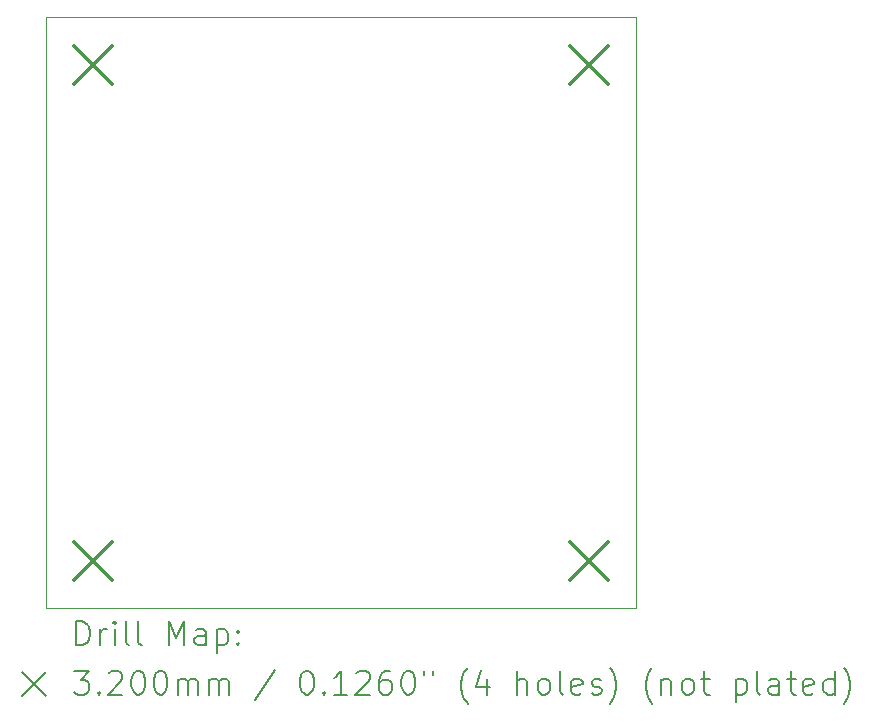
<source format=gbr>
%TF.GenerationSoftware,KiCad,Pcbnew,9.0.1*%
%TF.CreationDate,2025-06-27T23:52:13+02:00*%
%TF.ProjectId,NPI,4e50492e-6b69-4636-9164-5f7063625858,rev?*%
%TF.SameCoordinates,Original*%
%TF.FileFunction,Drillmap*%
%TF.FilePolarity,Positive*%
%FSLAX45Y45*%
G04 Gerber Fmt 4.5, Leading zero omitted, Abs format (unit mm)*
G04 Created by KiCad (PCBNEW 9.0.1) date 2025-06-27 23:52:13*
%MOMM*%
%LPD*%
G01*
G04 APERTURE LIST*
%ADD10C,0.050000*%
%ADD11C,0.200000*%
%ADD12C,0.320000*%
G04 APERTURE END LIST*
D10*
X3700000Y-9200000D02*
X8700000Y-9200000D01*
X8700000Y-14200000D01*
X3700000Y-14200000D01*
X3700000Y-9200000D01*
D11*
D12*
X3940000Y-9440000D02*
X4260000Y-9760000D01*
X4260000Y-9440000D02*
X3940000Y-9760000D01*
X3940000Y-13640000D02*
X4260000Y-13960000D01*
X4260000Y-13640000D02*
X3940000Y-13960000D01*
X8140000Y-9440000D02*
X8460000Y-9760000D01*
X8460000Y-9440000D02*
X8140000Y-9760000D01*
X8140000Y-13640000D02*
X8460000Y-13960000D01*
X8460000Y-13640000D02*
X8140000Y-13960000D01*
D11*
X3958277Y-14513984D02*
X3958277Y-14313984D01*
X3958277Y-14313984D02*
X4005896Y-14313984D01*
X4005896Y-14313984D02*
X4034467Y-14323508D01*
X4034467Y-14323508D02*
X4053515Y-14342555D01*
X4053515Y-14342555D02*
X4063039Y-14361603D01*
X4063039Y-14361603D02*
X4072562Y-14399698D01*
X4072562Y-14399698D02*
X4072562Y-14428269D01*
X4072562Y-14428269D02*
X4063039Y-14466365D01*
X4063039Y-14466365D02*
X4053515Y-14485412D01*
X4053515Y-14485412D02*
X4034467Y-14504460D01*
X4034467Y-14504460D02*
X4005896Y-14513984D01*
X4005896Y-14513984D02*
X3958277Y-14513984D01*
X4158277Y-14513984D02*
X4158277Y-14380650D01*
X4158277Y-14418746D02*
X4167801Y-14399698D01*
X4167801Y-14399698D02*
X4177324Y-14390174D01*
X4177324Y-14390174D02*
X4196372Y-14380650D01*
X4196372Y-14380650D02*
X4215420Y-14380650D01*
X4282086Y-14513984D02*
X4282086Y-14380650D01*
X4282086Y-14313984D02*
X4272563Y-14323508D01*
X4272563Y-14323508D02*
X4282086Y-14333031D01*
X4282086Y-14333031D02*
X4291610Y-14323508D01*
X4291610Y-14323508D02*
X4282086Y-14313984D01*
X4282086Y-14313984D02*
X4282086Y-14333031D01*
X4405896Y-14513984D02*
X4386848Y-14504460D01*
X4386848Y-14504460D02*
X4377324Y-14485412D01*
X4377324Y-14485412D02*
X4377324Y-14313984D01*
X4510658Y-14513984D02*
X4491610Y-14504460D01*
X4491610Y-14504460D02*
X4482086Y-14485412D01*
X4482086Y-14485412D02*
X4482086Y-14313984D01*
X4739229Y-14513984D02*
X4739229Y-14313984D01*
X4739229Y-14313984D02*
X4805896Y-14456841D01*
X4805896Y-14456841D02*
X4872563Y-14313984D01*
X4872563Y-14313984D02*
X4872563Y-14513984D01*
X5053515Y-14513984D02*
X5053515Y-14409222D01*
X5053515Y-14409222D02*
X5043991Y-14390174D01*
X5043991Y-14390174D02*
X5024944Y-14380650D01*
X5024944Y-14380650D02*
X4986848Y-14380650D01*
X4986848Y-14380650D02*
X4967801Y-14390174D01*
X5053515Y-14504460D02*
X5034467Y-14513984D01*
X5034467Y-14513984D02*
X4986848Y-14513984D01*
X4986848Y-14513984D02*
X4967801Y-14504460D01*
X4967801Y-14504460D02*
X4958277Y-14485412D01*
X4958277Y-14485412D02*
X4958277Y-14466365D01*
X4958277Y-14466365D02*
X4967801Y-14447317D01*
X4967801Y-14447317D02*
X4986848Y-14437793D01*
X4986848Y-14437793D02*
X5034467Y-14437793D01*
X5034467Y-14437793D02*
X5053515Y-14428269D01*
X5148753Y-14380650D02*
X5148753Y-14580650D01*
X5148753Y-14390174D02*
X5167801Y-14380650D01*
X5167801Y-14380650D02*
X5205896Y-14380650D01*
X5205896Y-14380650D02*
X5224944Y-14390174D01*
X5224944Y-14390174D02*
X5234467Y-14399698D01*
X5234467Y-14399698D02*
X5243991Y-14418746D01*
X5243991Y-14418746D02*
X5243991Y-14475888D01*
X5243991Y-14475888D02*
X5234467Y-14494936D01*
X5234467Y-14494936D02*
X5224944Y-14504460D01*
X5224944Y-14504460D02*
X5205896Y-14513984D01*
X5205896Y-14513984D02*
X5167801Y-14513984D01*
X5167801Y-14513984D02*
X5148753Y-14504460D01*
X5329705Y-14494936D02*
X5339229Y-14504460D01*
X5339229Y-14504460D02*
X5329705Y-14513984D01*
X5329705Y-14513984D02*
X5320182Y-14504460D01*
X5320182Y-14504460D02*
X5329705Y-14494936D01*
X5329705Y-14494936D02*
X5329705Y-14513984D01*
X5329705Y-14390174D02*
X5339229Y-14399698D01*
X5339229Y-14399698D02*
X5329705Y-14409222D01*
X5329705Y-14409222D02*
X5320182Y-14399698D01*
X5320182Y-14399698D02*
X5329705Y-14390174D01*
X5329705Y-14390174D02*
X5329705Y-14409222D01*
X3497500Y-14742500D02*
X3697500Y-14942500D01*
X3697500Y-14742500D02*
X3497500Y-14942500D01*
X3939229Y-14733984D02*
X4063039Y-14733984D01*
X4063039Y-14733984D02*
X3996372Y-14810174D01*
X3996372Y-14810174D02*
X4024943Y-14810174D01*
X4024943Y-14810174D02*
X4043991Y-14819698D01*
X4043991Y-14819698D02*
X4053515Y-14829222D01*
X4053515Y-14829222D02*
X4063039Y-14848269D01*
X4063039Y-14848269D02*
X4063039Y-14895888D01*
X4063039Y-14895888D02*
X4053515Y-14914936D01*
X4053515Y-14914936D02*
X4043991Y-14924460D01*
X4043991Y-14924460D02*
X4024943Y-14933984D01*
X4024943Y-14933984D02*
X3967801Y-14933984D01*
X3967801Y-14933984D02*
X3948753Y-14924460D01*
X3948753Y-14924460D02*
X3939229Y-14914936D01*
X4148753Y-14914936D02*
X4158277Y-14924460D01*
X4158277Y-14924460D02*
X4148753Y-14933984D01*
X4148753Y-14933984D02*
X4139229Y-14924460D01*
X4139229Y-14924460D02*
X4148753Y-14914936D01*
X4148753Y-14914936D02*
X4148753Y-14933984D01*
X4234467Y-14753031D02*
X4243991Y-14743508D01*
X4243991Y-14743508D02*
X4263039Y-14733984D01*
X4263039Y-14733984D02*
X4310658Y-14733984D01*
X4310658Y-14733984D02*
X4329705Y-14743508D01*
X4329705Y-14743508D02*
X4339229Y-14753031D01*
X4339229Y-14753031D02*
X4348753Y-14772079D01*
X4348753Y-14772079D02*
X4348753Y-14791127D01*
X4348753Y-14791127D02*
X4339229Y-14819698D01*
X4339229Y-14819698D02*
X4224944Y-14933984D01*
X4224944Y-14933984D02*
X4348753Y-14933984D01*
X4472563Y-14733984D02*
X4491610Y-14733984D01*
X4491610Y-14733984D02*
X4510658Y-14743508D01*
X4510658Y-14743508D02*
X4520182Y-14753031D01*
X4520182Y-14753031D02*
X4529705Y-14772079D01*
X4529705Y-14772079D02*
X4539229Y-14810174D01*
X4539229Y-14810174D02*
X4539229Y-14857793D01*
X4539229Y-14857793D02*
X4529705Y-14895888D01*
X4529705Y-14895888D02*
X4520182Y-14914936D01*
X4520182Y-14914936D02*
X4510658Y-14924460D01*
X4510658Y-14924460D02*
X4491610Y-14933984D01*
X4491610Y-14933984D02*
X4472563Y-14933984D01*
X4472563Y-14933984D02*
X4453515Y-14924460D01*
X4453515Y-14924460D02*
X4443991Y-14914936D01*
X4443991Y-14914936D02*
X4434467Y-14895888D01*
X4434467Y-14895888D02*
X4424944Y-14857793D01*
X4424944Y-14857793D02*
X4424944Y-14810174D01*
X4424944Y-14810174D02*
X4434467Y-14772079D01*
X4434467Y-14772079D02*
X4443991Y-14753031D01*
X4443991Y-14753031D02*
X4453515Y-14743508D01*
X4453515Y-14743508D02*
X4472563Y-14733984D01*
X4663039Y-14733984D02*
X4682086Y-14733984D01*
X4682086Y-14733984D02*
X4701134Y-14743508D01*
X4701134Y-14743508D02*
X4710658Y-14753031D01*
X4710658Y-14753031D02*
X4720182Y-14772079D01*
X4720182Y-14772079D02*
X4729705Y-14810174D01*
X4729705Y-14810174D02*
X4729705Y-14857793D01*
X4729705Y-14857793D02*
X4720182Y-14895888D01*
X4720182Y-14895888D02*
X4710658Y-14914936D01*
X4710658Y-14914936D02*
X4701134Y-14924460D01*
X4701134Y-14924460D02*
X4682086Y-14933984D01*
X4682086Y-14933984D02*
X4663039Y-14933984D01*
X4663039Y-14933984D02*
X4643991Y-14924460D01*
X4643991Y-14924460D02*
X4634467Y-14914936D01*
X4634467Y-14914936D02*
X4624944Y-14895888D01*
X4624944Y-14895888D02*
X4615420Y-14857793D01*
X4615420Y-14857793D02*
X4615420Y-14810174D01*
X4615420Y-14810174D02*
X4624944Y-14772079D01*
X4624944Y-14772079D02*
X4634467Y-14753031D01*
X4634467Y-14753031D02*
X4643991Y-14743508D01*
X4643991Y-14743508D02*
X4663039Y-14733984D01*
X4815420Y-14933984D02*
X4815420Y-14800650D01*
X4815420Y-14819698D02*
X4824944Y-14810174D01*
X4824944Y-14810174D02*
X4843991Y-14800650D01*
X4843991Y-14800650D02*
X4872563Y-14800650D01*
X4872563Y-14800650D02*
X4891610Y-14810174D01*
X4891610Y-14810174D02*
X4901134Y-14829222D01*
X4901134Y-14829222D02*
X4901134Y-14933984D01*
X4901134Y-14829222D02*
X4910658Y-14810174D01*
X4910658Y-14810174D02*
X4929705Y-14800650D01*
X4929705Y-14800650D02*
X4958277Y-14800650D01*
X4958277Y-14800650D02*
X4977325Y-14810174D01*
X4977325Y-14810174D02*
X4986848Y-14829222D01*
X4986848Y-14829222D02*
X4986848Y-14933984D01*
X5082086Y-14933984D02*
X5082086Y-14800650D01*
X5082086Y-14819698D02*
X5091610Y-14810174D01*
X5091610Y-14810174D02*
X5110658Y-14800650D01*
X5110658Y-14800650D02*
X5139229Y-14800650D01*
X5139229Y-14800650D02*
X5158277Y-14810174D01*
X5158277Y-14810174D02*
X5167801Y-14829222D01*
X5167801Y-14829222D02*
X5167801Y-14933984D01*
X5167801Y-14829222D02*
X5177325Y-14810174D01*
X5177325Y-14810174D02*
X5196372Y-14800650D01*
X5196372Y-14800650D02*
X5224944Y-14800650D01*
X5224944Y-14800650D02*
X5243991Y-14810174D01*
X5243991Y-14810174D02*
X5253515Y-14829222D01*
X5253515Y-14829222D02*
X5253515Y-14933984D01*
X5643991Y-14724460D02*
X5472563Y-14981603D01*
X5901134Y-14733984D02*
X5920182Y-14733984D01*
X5920182Y-14733984D02*
X5939229Y-14743508D01*
X5939229Y-14743508D02*
X5948753Y-14753031D01*
X5948753Y-14753031D02*
X5958277Y-14772079D01*
X5958277Y-14772079D02*
X5967801Y-14810174D01*
X5967801Y-14810174D02*
X5967801Y-14857793D01*
X5967801Y-14857793D02*
X5958277Y-14895888D01*
X5958277Y-14895888D02*
X5948753Y-14914936D01*
X5948753Y-14914936D02*
X5939229Y-14924460D01*
X5939229Y-14924460D02*
X5920182Y-14933984D01*
X5920182Y-14933984D02*
X5901134Y-14933984D01*
X5901134Y-14933984D02*
X5882086Y-14924460D01*
X5882086Y-14924460D02*
X5872563Y-14914936D01*
X5872563Y-14914936D02*
X5863039Y-14895888D01*
X5863039Y-14895888D02*
X5853515Y-14857793D01*
X5853515Y-14857793D02*
X5853515Y-14810174D01*
X5853515Y-14810174D02*
X5863039Y-14772079D01*
X5863039Y-14772079D02*
X5872563Y-14753031D01*
X5872563Y-14753031D02*
X5882086Y-14743508D01*
X5882086Y-14743508D02*
X5901134Y-14733984D01*
X6053515Y-14914936D02*
X6063039Y-14924460D01*
X6063039Y-14924460D02*
X6053515Y-14933984D01*
X6053515Y-14933984D02*
X6043991Y-14924460D01*
X6043991Y-14924460D02*
X6053515Y-14914936D01*
X6053515Y-14914936D02*
X6053515Y-14933984D01*
X6253515Y-14933984D02*
X6139229Y-14933984D01*
X6196372Y-14933984D02*
X6196372Y-14733984D01*
X6196372Y-14733984D02*
X6177325Y-14762555D01*
X6177325Y-14762555D02*
X6158277Y-14781603D01*
X6158277Y-14781603D02*
X6139229Y-14791127D01*
X6329706Y-14753031D02*
X6339229Y-14743508D01*
X6339229Y-14743508D02*
X6358277Y-14733984D01*
X6358277Y-14733984D02*
X6405896Y-14733984D01*
X6405896Y-14733984D02*
X6424944Y-14743508D01*
X6424944Y-14743508D02*
X6434467Y-14753031D01*
X6434467Y-14753031D02*
X6443991Y-14772079D01*
X6443991Y-14772079D02*
X6443991Y-14791127D01*
X6443991Y-14791127D02*
X6434467Y-14819698D01*
X6434467Y-14819698D02*
X6320182Y-14933984D01*
X6320182Y-14933984D02*
X6443991Y-14933984D01*
X6615420Y-14733984D02*
X6577325Y-14733984D01*
X6577325Y-14733984D02*
X6558277Y-14743508D01*
X6558277Y-14743508D02*
X6548753Y-14753031D01*
X6548753Y-14753031D02*
X6529706Y-14781603D01*
X6529706Y-14781603D02*
X6520182Y-14819698D01*
X6520182Y-14819698D02*
X6520182Y-14895888D01*
X6520182Y-14895888D02*
X6529706Y-14914936D01*
X6529706Y-14914936D02*
X6539229Y-14924460D01*
X6539229Y-14924460D02*
X6558277Y-14933984D01*
X6558277Y-14933984D02*
X6596372Y-14933984D01*
X6596372Y-14933984D02*
X6615420Y-14924460D01*
X6615420Y-14924460D02*
X6624944Y-14914936D01*
X6624944Y-14914936D02*
X6634467Y-14895888D01*
X6634467Y-14895888D02*
X6634467Y-14848269D01*
X6634467Y-14848269D02*
X6624944Y-14829222D01*
X6624944Y-14829222D02*
X6615420Y-14819698D01*
X6615420Y-14819698D02*
X6596372Y-14810174D01*
X6596372Y-14810174D02*
X6558277Y-14810174D01*
X6558277Y-14810174D02*
X6539229Y-14819698D01*
X6539229Y-14819698D02*
X6529706Y-14829222D01*
X6529706Y-14829222D02*
X6520182Y-14848269D01*
X6758277Y-14733984D02*
X6777325Y-14733984D01*
X6777325Y-14733984D02*
X6796372Y-14743508D01*
X6796372Y-14743508D02*
X6805896Y-14753031D01*
X6805896Y-14753031D02*
X6815420Y-14772079D01*
X6815420Y-14772079D02*
X6824944Y-14810174D01*
X6824944Y-14810174D02*
X6824944Y-14857793D01*
X6824944Y-14857793D02*
X6815420Y-14895888D01*
X6815420Y-14895888D02*
X6805896Y-14914936D01*
X6805896Y-14914936D02*
X6796372Y-14924460D01*
X6796372Y-14924460D02*
X6777325Y-14933984D01*
X6777325Y-14933984D02*
X6758277Y-14933984D01*
X6758277Y-14933984D02*
X6739229Y-14924460D01*
X6739229Y-14924460D02*
X6729706Y-14914936D01*
X6729706Y-14914936D02*
X6720182Y-14895888D01*
X6720182Y-14895888D02*
X6710658Y-14857793D01*
X6710658Y-14857793D02*
X6710658Y-14810174D01*
X6710658Y-14810174D02*
X6720182Y-14772079D01*
X6720182Y-14772079D02*
X6729706Y-14753031D01*
X6729706Y-14753031D02*
X6739229Y-14743508D01*
X6739229Y-14743508D02*
X6758277Y-14733984D01*
X6901134Y-14733984D02*
X6901134Y-14772079D01*
X6977325Y-14733984D02*
X6977325Y-14772079D01*
X7272563Y-15010174D02*
X7263039Y-15000650D01*
X7263039Y-15000650D02*
X7243991Y-14972079D01*
X7243991Y-14972079D02*
X7234468Y-14953031D01*
X7234468Y-14953031D02*
X7224944Y-14924460D01*
X7224944Y-14924460D02*
X7215420Y-14876841D01*
X7215420Y-14876841D02*
X7215420Y-14838746D01*
X7215420Y-14838746D02*
X7224944Y-14791127D01*
X7224944Y-14791127D02*
X7234468Y-14762555D01*
X7234468Y-14762555D02*
X7243991Y-14743508D01*
X7243991Y-14743508D02*
X7263039Y-14714936D01*
X7263039Y-14714936D02*
X7272563Y-14705412D01*
X7434468Y-14800650D02*
X7434468Y-14933984D01*
X7386848Y-14724460D02*
X7339229Y-14867317D01*
X7339229Y-14867317D02*
X7463039Y-14867317D01*
X7691610Y-14933984D02*
X7691610Y-14733984D01*
X7777325Y-14933984D02*
X7777325Y-14829222D01*
X7777325Y-14829222D02*
X7767801Y-14810174D01*
X7767801Y-14810174D02*
X7748753Y-14800650D01*
X7748753Y-14800650D02*
X7720182Y-14800650D01*
X7720182Y-14800650D02*
X7701134Y-14810174D01*
X7701134Y-14810174D02*
X7691610Y-14819698D01*
X7901134Y-14933984D02*
X7882087Y-14924460D01*
X7882087Y-14924460D02*
X7872563Y-14914936D01*
X7872563Y-14914936D02*
X7863039Y-14895888D01*
X7863039Y-14895888D02*
X7863039Y-14838746D01*
X7863039Y-14838746D02*
X7872563Y-14819698D01*
X7872563Y-14819698D02*
X7882087Y-14810174D01*
X7882087Y-14810174D02*
X7901134Y-14800650D01*
X7901134Y-14800650D02*
X7929706Y-14800650D01*
X7929706Y-14800650D02*
X7948753Y-14810174D01*
X7948753Y-14810174D02*
X7958277Y-14819698D01*
X7958277Y-14819698D02*
X7967801Y-14838746D01*
X7967801Y-14838746D02*
X7967801Y-14895888D01*
X7967801Y-14895888D02*
X7958277Y-14914936D01*
X7958277Y-14914936D02*
X7948753Y-14924460D01*
X7948753Y-14924460D02*
X7929706Y-14933984D01*
X7929706Y-14933984D02*
X7901134Y-14933984D01*
X8082087Y-14933984D02*
X8063039Y-14924460D01*
X8063039Y-14924460D02*
X8053515Y-14905412D01*
X8053515Y-14905412D02*
X8053515Y-14733984D01*
X8234468Y-14924460D02*
X8215420Y-14933984D01*
X8215420Y-14933984D02*
X8177325Y-14933984D01*
X8177325Y-14933984D02*
X8158277Y-14924460D01*
X8158277Y-14924460D02*
X8148753Y-14905412D01*
X8148753Y-14905412D02*
X8148753Y-14829222D01*
X8148753Y-14829222D02*
X8158277Y-14810174D01*
X8158277Y-14810174D02*
X8177325Y-14800650D01*
X8177325Y-14800650D02*
X8215420Y-14800650D01*
X8215420Y-14800650D02*
X8234468Y-14810174D01*
X8234468Y-14810174D02*
X8243991Y-14829222D01*
X8243991Y-14829222D02*
X8243991Y-14848269D01*
X8243991Y-14848269D02*
X8148753Y-14867317D01*
X8320182Y-14924460D02*
X8339230Y-14933984D01*
X8339230Y-14933984D02*
X8377325Y-14933984D01*
X8377325Y-14933984D02*
X8396373Y-14924460D01*
X8396373Y-14924460D02*
X8405896Y-14905412D01*
X8405896Y-14905412D02*
X8405896Y-14895888D01*
X8405896Y-14895888D02*
X8396373Y-14876841D01*
X8396373Y-14876841D02*
X8377325Y-14867317D01*
X8377325Y-14867317D02*
X8348753Y-14867317D01*
X8348753Y-14867317D02*
X8329706Y-14857793D01*
X8329706Y-14857793D02*
X8320182Y-14838746D01*
X8320182Y-14838746D02*
X8320182Y-14829222D01*
X8320182Y-14829222D02*
X8329706Y-14810174D01*
X8329706Y-14810174D02*
X8348753Y-14800650D01*
X8348753Y-14800650D02*
X8377325Y-14800650D01*
X8377325Y-14800650D02*
X8396373Y-14810174D01*
X8472563Y-15010174D02*
X8482087Y-15000650D01*
X8482087Y-15000650D02*
X8501134Y-14972079D01*
X8501134Y-14972079D02*
X8510658Y-14953031D01*
X8510658Y-14953031D02*
X8520182Y-14924460D01*
X8520182Y-14924460D02*
X8529706Y-14876841D01*
X8529706Y-14876841D02*
X8529706Y-14838746D01*
X8529706Y-14838746D02*
X8520182Y-14791127D01*
X8520182Y-14791127D02*
X8510658Y-14762555D01*
X8510658Y-14762555D02*
X8501134Y-14743508D01*
X8501134Y-14743508D02*
X8482087Y-14714936D01*
X8482087Y-14714936D02*
X8472563Y-14705412D01*
X8834468Y-15010174D02*
X8824944Y-15000650D01*
X8824944Y-15000650D02*
X8805896Y-14972079D01*
X8805896Y-14972079D02*
X8796373Y-14953031D01*
X8796373Y-14953031D02*
X8786849Y-14924460D01*
X8786849Y-14924460D02*
X8777325Y-14876841D01*
X8777325Y-14876841D02*
X8777325Y-14838746D01*
X8777325Y-14838746D02*
X8786849Y-14791127D01*
X8786849Y-14791127D02*
X8796373Y-14762555D01*
X8796373Y-14762555D02*
X8805896Y-14743508D01*
X8805896Y-14743508D02*
X8824944Y-14714936D01*
X8824944Y-14714936D02*
X8834468Y-14705412D01*
X8910658Y-14800650D02*
X8910658Y-14933984D01*
X8910658Y-14819698D02*
X8920182Y-14810174D01*
X8920182Y-14810174D02*
X8939230Y-14800650D01*
X8939230Y-14800650D02*
X8967801Y-14800650D01*
X8967801Y-14800650D02*
X8986849Y-14810174D01*
X8986849Y-14810174D02*
X8996373Y-14829222D01*
X8996373Y-14829222D02*
X8996373Y-14933984D01*
X9120182Y-14933984D02*
X9101134Y-14924460D01*
X9101134Y-14924460D02*
X9091611Y-14914936D01*
X9091611Y-14914936D02*
X9082087Y-14895888D01*
X9082087Y-14895888D02*
X9082087Y-14838746D01*
X9082087Y-14838746D02*
X9091611Y-14819698D01*
X9091611Y-14819698D02*
X9101134Y-14810174D01*
X9101134Y-14810174D02*
X9120182Y-14800650D01*
X9120182Y-14800650D02*
X9148754Y-14800650D01*
X9148754Y-14800650D02*
X9167801Y-14810174D01*
X9167801Y-14810174D02*
X9177325Y-14819698D01*
X9177325Y-14819698D02*
X9186849Y-14838746D01*
X9186849Y-14838746D02*
X9186849Y-14895888D01*
X9186849Y-14895888D02*
X9177325Y-14914936D01*
X9177325Y-14914936D02*
X9167801Y-14924460D01*
X9167801Y-14924460D02*
X9148754Y-14933984D01*
X9148754Y-14933984D02*
X9120182Y-14933984D01*
X9243992Y-14800650D02*
X9320182Y-14800650D01*
X9272563Y-14733984D02*
X9272563Y-14905412D01*
X9272563Y-14905412D02*
X9282087Y-14924460D01*
X9282087Y-14924460D02*
X9301134Y-14933984D01*
X9301134Y-14933984D02*
X9320182Y-14933984D01*
X9539230Y-14800650D02*
X9539230Y-15000650D01*
X9539230Y-14810174D02*
X9558277Y-14800650D01*
X9558277Y-14800650D02*
X9596373Y-14800650D01*
X9596373Y-14800650D02*
X9615420Y-14810174D01*
X9615420Y-14810174D02*
X9624944Y-14819698D01*
X9624944Y-14819698D02*
X9634468Y-14838746D01*
X9634468Y-14838746D02*
X9634468Y-14895888D01*
X9634468Y-14895888D02*
X9624944Y-14914936D01*
X9624944Y-14914936D02*
X9615420Y-14924460D01*
X9615420Y-14924460D02*
X9596373Y-14933984D01*
X9596373Y-14933984D02*
X9558277Y-14933984D01*
X9558277Y-14933984D02*
X9539230Y-14924460D01*
X9748754Y-14933984D02*
X9729706Y-14924460D01*
X9729706Y-14924460D02*
X9720182Y-14905412D01*
X9720182Y-14905412D02*
X9720182Y-14733984D01*
X9910658Y-14933984D02*
X9910658Y-14829222D01*
X9910658Y-14829222D02*
X9901135Y-14810174D01*
X9901135Y-14810174D02*
X9882087Y-14800650D01*
X9882087Y-14800650D02*
X9843992Y-14800650D01*
X9843992Y-14800650D02*
X9824944Y-14810174D01*
X9910658Y-14924460D02*
X9891611Y-14933984D01*
X9891611Y-14933984D02*
X9843992Y-14933984D01*
X9843992Y-14933984D02*
X9824944Y-14924460D01*
X9824944Y-14924460D02*
X9815420Y-14905412D01*
X9815420Y-14905412D02*
X9815420Y-14886365D01*
X9815420Y-14886365D02*
X9824944Y-14867317D01*
X9824944Y-14867317D02*
X9843992Y-14857793D01*
X9843992Y-14857793D02*
X9891611Y-14857793D01*
X9891611Y-14857793D02*
X9910658Y-14848269D01*
X9977325Y-14800650D02*
X10053515Y-14800650D01*
X10005896Y-14733984D02*
X10005896Y-14905412D01*
X10005896Y-14905412D02*
X10015420Y-14924460D01*
X10015420Y-14924460D02*
X10034468Y-14933984D01*
X10034468Y-14933984D02*
X10053515Y-14933984D01*
X10196373Y-14924460D02*
X10177325Y-14933984D01*
X10177325Y-14933984D02*
X10139230Y-14933984D01*
X10139230Y-14933984D02*
X10120182Y-14924460D01*
X10120182Y-14924460D02*
X10110658Y-14905412D01*
X10110658Y-14905412D02*
X10110658Y-14829222D01*
X10110658Y-14829222D02*
X10120182Y-14810174D01*
X10120182Y-14810174D02*
X10139230Y-14800650D01*
X10139230Y-14800650D02*
X10177325Y-14800650D01*
X10177325Y-14800650D02*
X10196373Y-14810174D01*
X10196373Y-14810174D02*
X10205896Y-14829222D01*
X10205896Y-14829222D02*
X10205896Y-14848269D01*
X10205896Y-14848269D02*
X10110658Y-14867317D01*
X10377325Y-14933984D02*
X10377325Y-14733984D01*
X10377325Y-14924460D02*
X10358277Y-14933984D01*
X10358277Y-14933984D02*
X10320182Y-14933984D01*
X10320182Y-14933984D02*
X10301135Y-14924460D01*
X10301135Y-14924460D02*
X10291611Y-14914936D01*
X10291611Y-14914936D02*
X10282087Y-14895888D01*
X10282087Y-14895888D02*
X10282087Y-14838746D01*
X10282087Y-14838746D02*
X10291611Y-14819698D01*
X10291611Y-14819698D02*
X10301135Y-14810174D01*
X10301135Y-14810174D02*
X10320182Y-14800650D01*
X10320182Y-14800650D02*
X10358277Y-14800650D01*
X10358277Y-14800650D02*
X10377325Y-14810174D01*
X10453516Y-15010174D02*
X10463039Y-15000650D01*
X10463039Y-15000650D02*
X10482087Y-14972079D01*
X10482087Y-14972079D02*
X10491611Y-14953031D01*
X10491611Y-14953031D02*
X10501135Y-14924460D01*
X10501135Y-14924460D02*
X10510658Y-14876841D01*
X10510658Y-14876841D02*
X10510658Y-14838746D01*
X10510658Y-14838746D02*
X10501135Y-14791127D01*
X10501135Y-14791127D02*
X10491611Y-14762555D01*
X10491611Y-14762555D02*
X10482087Y-14743508D01*
X10482087Y-14743508D02*
X10463039Y-14714936D01*
X10463039Y-14714936D02*
X10453516Y-14705412D01*
M02*

</source>
